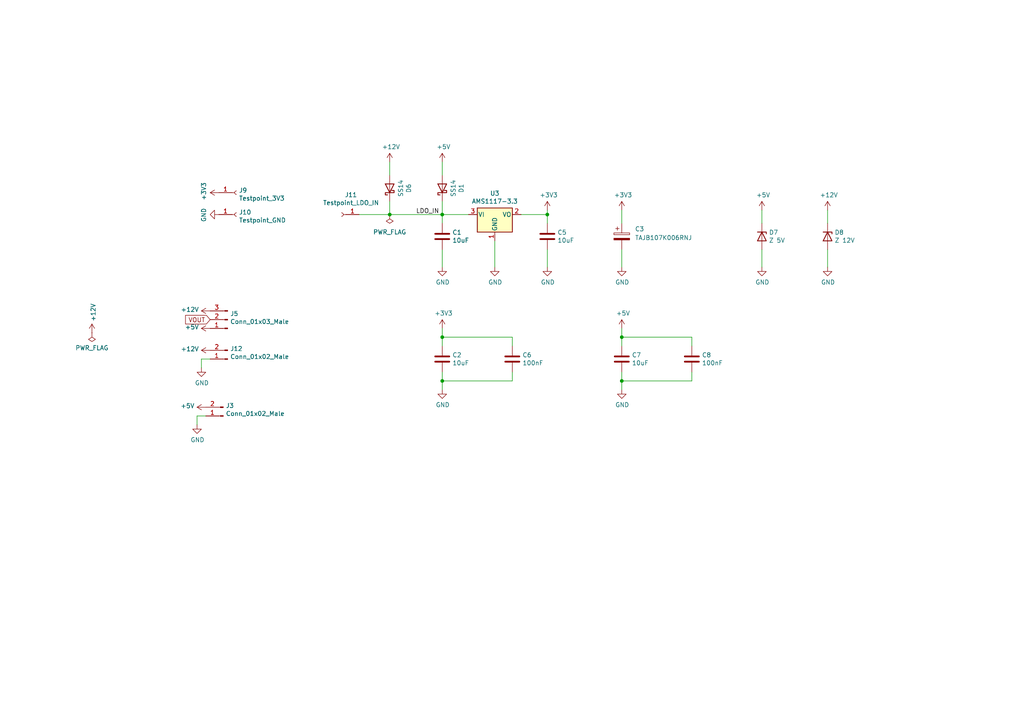
<source format=kicad_sch>
(kicad_sch (version 20211123) (generator eeschema)
  (paper "A4")
  (lib_symbols
    (symbol "Connector:Conn_01x01_Female" (pin_names (offset 1.016) hide)
      (property "Reference" "J" (at 0 2.54 0))
      (property "Value" "Conn_01x01_Female" (at 0 -2.54 0))
      (symbol "Conn_01x01_Female_1_1"
        (polyline (pts (xy -1.27 0) (xy -0.508 0)) (stroke (width 0.1524)))
        (arc (start 0 0.508) (mid -0.508 0) (end 0 -0.508) (stroke (width 0.1524)))
        (pin passive line (at -5.08 0 0) (length 3.81) (name "Pin_1") (number "1"))
      )
    )
    (symbol "Connector:Conn_01x02_Male" (pin_names (offset 1.016) hide)
      (property "Reference" "J" (at 0 2.54 0))
      (property "Value" "Conn_01x02_Male" (at 0 -5.08 0))
      (symbol "Conn_01x02_Male_1_1"
        (polyline (pts (xy 1.27 -2.54) (xy 0.8636 -2.54)) (stroke (width 0.1524)))
        (polyline (pts (xy 1.27 0) (xy 0.8636 0)) (stroke (width 0.1524)))
        (rectangle (start 0.8636 -2.413) (end 0 -2.667) (stroke (width 0.1524)) (fill (type outline)))
        (rectangle (start 0.8636 0.127) (end 0 -0.127) (stroke (width 0.1524)) (fill (type outline)))
        (pin passive line (at 5.08 0 180) (length 3.81) (name "Pin_1") (number "1"))
        (pin passive line (at 5.08 -2.54 180) (length 3.81) (name "Pin_2") (number "2"))
      )
    )
    (symbol "Connector:Conn_01x03_Male" (pin_names (offset 1.016) hide)
      (property "Reference" "J" (at 0 5.08 0))
      (property "Value" "Conn_01x03_Male" (at 0 -5.08 0))
      (symbol "Conn_01x03_Male_1_1"
        (polyline (pts (xy 1.27 -2.54) (xy 0.8636 -2.54)) (stroke (width 0.1524)))
        (polyline (pts (xy 1.27 0) (xy 0.8636 0)) (stroke (width 0.1524)))
        (polyline (pts (xy 1.27 2.54) (xy 0.8636 2.54)) (stroke (width 0.1524)))
        (rectangle (start 0.8636 -2.413) (end 0 -2.667) (stroke (width 0.1524)) (fill (type outline)))
        (rectangle (start 0.8636 0.127) (end 0 -0.127) (stroke (width 0.1524)) (fill (type outline)))
        (rectangle (start 0.8636 2.667) (end 0 2.413) (stroke (width 0.1524)) (fill (type outline)))
        (pin passive line (at 5.08 2.54 180) (length 3.81) (name "Pin_1") (number "1"))
        (pin passive line (at 5.08 0 180) (length 3.81) (name "Pin_2") (number "2"))
        (pin passive line (at 5.08 -2.54 180) (length 3.81) (name "Pin_3") (number "3"))
      )
    )
    (symbol "Device:C" (pin_numbers hide) (pin_names (offset 0.254))
      (property "Reference" "C" (at 0.635 2.54 0))
      (property "Value" "C" (at 0.635 -2.54 0))
      (symbol "C_0_1"
        (polyline (pts (xy -2.032 -0.762) (xy 2.032 -0.762)) (stroke (width 0.508)))
        (polyline (pts (xy -2.032 0.762) (xy 2.032 0.762)) (stroke (width 0.508)))
      )
      (symbol "C_1_1"
        (pin passive line (at 0 3.81 270) (length 2.794) (name "~") (number "1"))
        (pin passive line (at 0 -3.81 90) (length 2.794) (name "~") (number "2"))
      )
    )
    (symbol "Device:C_Polarized" (pin_numbers hide) (pin_names (offset 0.254))
      (property "Reference" "C" (at 0.635 2.54 0))
      (property "Value" "C_Polarized" (at 0.635 -2.54 0))
      (symbol "C_Polarized_0_1"
        (rectangle (start -2.286 0.508) (end 2.286 1.016))
        (polyline (pts (xy -1.778 2.286) (xy -0.762 2.286)))
        (polyline (pts (xy -1.27 2.794) (xy -1.27 1.778)))
        (rectangle (start 2.286 -0.508) (end -2.286 -1.016) (fill (type outline)))
      )
      (symbol "C_Polarized_1_1"
        (pin passive line (at 0 3.81 270) (length 2.794) (name "~") (number "1"))
        (pin passive line (at 0 -3.81 90) (length 2.794) (name "~") (number "2"))
      )
    )
    (symbol "Device:D_Schottky" (pin_numbers hide) (pin_names (offset 1.016) hide)
      (property "Reference" "D" (at 0 2.54 0))
      (property "Value" "D_Schottky" (at 0 -2.54 0))
      (symbol "D_Schottky_0_1"
        (polyline (pts (xy 1.27 0) (xy -1.27 0)))
        (polyline (pts (xy 1.27 1.27) (xy 1.27 -1.27) (xy -1.27 0) (xy 1.27 1.27)) (stroke (width 0.254)))
        (polyline (pts (xy -1.905 0.635) (xy -1.905 1.27) (xy -1.27 1.27) (xy -1.27 -1.27) (xy -0.635 -1.27) (xy -0.635 -0.635)) (stroke (width 0.254)))
      )
      (symbol "D_Schottky_1_1"
        (pin passive line (at -3.81 0 0) (length 2.54) (name "K") (number "1"))
        (pin passive line (at 3.81 0 180) (length 2.54) (name "A") (number "2"))
      )
    )
    (symbol "Device:D_Zener" (pin_numbers hide) (pin_names (offset 1.016) hide)
      (property "Reference" "D" (at 0 2.54 0))
      (property "Value" "D_Zener" (at 0 -2.54 0))
      (symbol "D_Zener_0_1"
        (polyline (pts (xy 1.27 0) (xy -1.27 0)))
        (polyline (pts (xy -1.27 -1.27) (xy -1.27 1.27) (xy -0.762 1.27)) (stroke (width 0.254)))
        (polyline (pts (xy 1.27 -1.27) (xy 1.27 1.27) (xy -1.27 0) (xy 1.27 -1.27)) (stroke (width 0.254)))
      )
      (symbol "D_Zener_1_1"
        (pin passive line (at -3.81 0 0) (length 2.54) (name "K") (number "1"))
        (pin passive line (at 3.81 0 180) (length 2.54) (name "A") (number "2"))
      )
    )
    (symbol "Regulator_Linear:AMS1117-3.3" (pin_names (offset 0.254))
      (property "Reference" "U" (at -3.81 3.175 0))
      (property "Value" "AMS1117-3.3" (at 0 3.175 0))
      (symbol "AMS1117-3.3_0_1"
        (rectangle (start -5.08 -5.08) (end 5.08 1.905) (stroke (width 0.254)) (fill (type background)))
      )
      (symbol "AMS1117-3.3_1_1"
        (pin power_in line (at 0 -7.62 90) (length 2.54) (name "GND") (number "1"))
        (pin power_out line (at 7.62 0 180) (length 2.54) (name "VO") (number "2"))
        (pin power_in line (at -7.62 0 0) (length 2.54) (name "VI") (number "3"))
      )
    )
    (symbol "power:+12V" (power) (pin_names (offset 0))
      (property "Value" "+12V" (at 0 3.556 0))
      (symbol "+12V_0_1"
        (polyline (pts (xy -0.762 1.27) (xy 0 2.54)))
        (polyline (pts (xy 0 0) (xy 0 2.54)))
        (polyline (pts (xy 0 2.54) (xy 0.762 1.27)))
      )
      (symbol "+12V_1_1"
        (pin power_in line (at 0 0 90) (length 0) hide (name "+12V") (number "1"))
      )
    )
    (symbol "power:+3.3V" (power) (pin_names (offset 0))
      (property "Value" "+3.3V" (at 0 3.556 0))
      (symbol "+3.3V_0_1"
        (polyline (pts (xy -0.762 1.27) (xy 0 2.54)))
        (polyline (pts (xy 0 0) (xy 0 2.54)))
        (polyline (pts (xy 0 2.54) (xy 0.762 1.27)))
      )
      (symbol "+3.3V_1_1"
        (pin power_in line (at 0 0 90) (length 0) hide (name "+3V3") (number "1"))
      )
    )
    (symbol "power:+5V" (power) (pin_names (offset 0))
      (property "Value" "+5V" (at 0 3.556 0))
      (symbol "+5V_0_1"
        (polyline (pts (xy -0.762 1.27) (xy 0 2.54)))
        (polyline (pts (xy 0 0) (xy 0 2.54)))
        (polyline (pts (xy 0 2.54) (xy 0.762 1.27)))
      )
      (symbol "+5V_1_1"
        (pin power_in line (at 0 0 90) (length 0) hide (name "+5V") (number "1"))
      )
    )
    (symbol "power:GND" (power) (pin_names (offset 0))
      (property "Value" "GND" (at 0 -3.81 0))
      (symbol "GND_0_1"
        (polyline (pts (xy 0 0) (xy 0 -1.27) (xy 1.27 -1.27) (xy 0 -2.54) (xy -1.27 -1.27) (xy 0 -1.27)))
      )
      (symbol "GND_1_1"
        (pin power_in line (at 0 0 270) (length 0) hide (name "GND") (number "1"))
      )
    )
    (symbol "power:PWR_FLAG" (power) (pin_numbers hide) (pin_names (offset 0) hide)
      (property "Value" "PWR_FLAG" (at 0 3.81 0))
      (symbol "PWR_FLAG_0_0"
        (pin power_out line (at 0 0 90) (length 0) (name "pwr") (number "1"))
      )
      (symbol "PWR_FLAG_0_1"
        (polyline (pts (xy 0 0) (xy 0 1.27) (xy -1.016 1.905) (xy 0 2.54) (xy 1.016 1.905) (xy 0 1.27)))
      )
    )
  )
  (junction (at 158.75 62.23))
  (junction (at 180.34 97.79))
  (junction (at 113.03 62.23))
  (junction (at 128.27 62.23))
  (junction (at 128.27 97.79))
  (junction (at 128.27 110.49))
  (junction (at 180.34 110.49))
  (wire (pts (xy 128.27 58.42) (xy 128.27 62.23)))
  (wire (pts (xy 180.34 100.33) (xy 180.34 97.79)))
  (wire (pts (xy 220.98 60.96) (xy 220.98 64.77)))
  (wire (pts (xy 151.13 62.23) (xy 158.75 62.23)))
  (wire (pts (xy 240.03 72.39) (xy 240.03 77.47)))
  (wire (pts (xy 148.59 107.95) (xy 148.59 110.49)))
  (wire (pts (xy 180.34 64.77) (xy 180.34 60.96)))
  (wire (pts (xy 113.03 46.99) (xy 113.03 50.8)))
  (wire (pts (xy 148.59 110.49) (xy 128.27 110.49)))
  (wire (pts (xy 128.27 97.79) (xy 128.27 95.25)))
  (wire (pts (xy 220.98 72.39) (xy 220.98 77.47)))
  (wire (pts (xy 113.03 62.23) (xy 128.27 62.23)))
  (wire (pts (xy 240.03 60.96) (xy 240.03 64.77)))
  (wire (pts (xy 128.27 113.03) (xy 128.27 110.49)))
  (wire (pts (xy 200.66 107.95) (xy 200.66 110.49)))
  (wire (pts (xy 57.15 120.65) (xy 57.15 123.19)))
  (wire (pts (xy 200.66 100.33) (xy 200.66 97.79)))
  (wire (pts (xy 128.27 46.99) (xy 128.27 50.8)))
  (wire (pts (xy 128.27 100.33) (xy 128.27 97.79)))
  (wire (pts (xy 104.14 62.23) (xy 113.03 62.23)))
  (wire (pts (xy 200.66 97.79) (xy 180.34 97.79)))
  (wire (pts (xy 180.34 97.79) (xy 180.34 95.25)))
  (wire (pts (xy 59.69 120.65) (xy 57.15 120.65)))
  (wire (pts (xy 128.27 72.39) (xy 128.27 77.47)))
  (wire (pts (xy 113.03 58.42) (xy 113.03 62.23)))
  (wire (pts (xy 158.75 72.39) (xy 158.75 77.47)))
  (wire (pts (xy 135.89 62.23) (xy 128.27 62.23)))
  (wire (pts (xy 180.34 110.49) (xy 180.34 107.95)))
  (wire (pts (xy 58.42 104.14) (xy 58.42 106.68)))
  (wire (pts (xy 158.75 62.23) (xy 158.75 64.77)))
  (wire (pts (xy 148.59 97.79) (xy 128.27 97.79)))
  (wire (pts (xy 158.75 60.96) (xy 158.75 62.23)))
  (wire (pts (xy 60.96 104.14) (xy 58.42 104.14)))
  (wire (pts (xy 143.51 69.85) (xy 143.51 77.47)))
  (wire (pts (xy 128.27 62.23) (xy 128.27 64.77)))
  (wire (pts (xy 200.66 110.49) (xy 180.34 110.49)))
  (wire (pts (xy 180.34 113.03) (xy 180.34 110.49)))
  (wire (pts (xy 148.59 100.33) (xy 148.59 97.79)))
  (wire (pts (xy 128.27 110.49) (xy 128.27 107.95)))
  (wire (pts (xy 180.34 77.47) (xy 180.34 72.39)))
  (label "LDO_IN" (at 120.65 62.23 0))
  (global_label "VOUT" (shape input) (at 60.96 92.71 180) (property "Referenzen zwischen Schaltplänen" "${INTERSHEET_REFS}" (effects hide)))
  (symbol (lib_id "Regulator_Linear:AMS1117-3.3") (at 143.51 62.23 0) (unit 1)
    (property "Reference" "U3" (at 143.51 56.0832 0))
    (property "Value" "AMS1117-3.3" (at 143.51 58.3946 0))
    (property "Footprint" "Package_TO_SOT_SMD:SOT-223-3_TabPin2" (effects hide))
    (property "Datasheet" "http://www.advanced-monolithic.com/pdf/ds1117.pdf" (effects hide))
    (property "LCSC" "C6186" (effects hide))
  )
  (symbol (lib_id "power:GND") (at 158.75 77.47 0) (unit 1)
    (property "Reference" "#PWR0101" (effects hide))
    (property "Value" "GND" (at 158.877 81.8642 0))
  )
  (symbol (lib_id "power:GND") (at 143.51 77.47 0) (unit 1)
    (property "Reference" "#PWR0102" (effects hide))
    (property "Value" "GND" (at 143.637 81.8642 0))
  )
  (symbol (lib_id "power:GND") (at 128.27 77.47 0) (unit 1)
    (property "Reference" "#PWR0103" (effects hide))
    (property "Value" "GND" (at 128.397 81.8642 0))
  )
  (symbol (lib_id "power:+3.3V") (at 158.75 60.96 0) (unit 1)
    (property "Reference" "#PWR0104" (effects hide))
    (property "Value" "+3.3V" (at 159.131 56.5658 0))
  )
  (symbol (lib_id "Device:D_Schottky") (at 128.27 54.61 90) (unit 1)
    (property "Reference" "D1" (at 133.7818 54.61 0))
    (property "Value" "SS14" (at 131.4704 54.61 0))
    (property "Footprint" "Diode_SMD:D_SMA" (effects hide))
    (property "LCSC" "C2480" (effects hide))
  )
  (symbol (lib_id "Device:C") (at 128.27 68.58 0) (unit 1)
    (property "Reference" "C1" (at 131.191 67.4116 0) (effects (justify left)))
    (property "Value" "10uF" (at 131.191 69.723 0) (effects (justify left)))
    (property "Footprint" "Capacitor_SMD:C_0805_2012Metric" (effects hide))
    (property "LCSC" "C15850" (effects hide))
  )
  (symbol (lib_id "power:+3.3V") (at 180.34 60.96 0) (unit 1)
    (property "Reference" "#PWR0108" (effects hide))
    (property "Value" "+3.3V" (at 180.721 56.5658 0))
  )
  (symbol (lib_id "power:GND") (at 180.34 77.47 0) (unit 1)
    (property "Reference" "#PWR0109" (effects hide))
    (property "Value" "GND" (at 180.467 81.8642 0))
  )
  (symbol (lib_id "Device:C") (at 148.59 104.14 0) (unit 1)
    (property "Reference" "C6" (at 151.511 102.9716 0) (effects (justify left)))
    (property "Value" "100nF" (at 151.511 105.283 0) (effects (justify left)))
    (property "Footprint" "Capacitor_SMD:C_0603_1608Metric" (effects hide))
    (property "LCSC" "C14663" (effects hide))
  )
  (symbol (lib_id "power:+3.3V") (at 128.27 95.25 0) (unit 1)
    (property "Reference" "#PWR0134" (effects hide))
    (property "Value" "+3.3V" (at 128.651 90.8558 0))
  )
  (symbol (lib_id "power:GND") (at 128.27 113.03 0) (unit 1)
    (property "Reference" "#PWR0135" (effects hide))
    (property "Value" "GND" (at 128.397 117.4242 0))
  )
  (symbol (lib_id "Device:C") (at 200.66 104.14 0) (unit 1)
    (property "Reference" "C8" (at 203.581 102.9716 0) (effects (justify left)))
    (property "Value" "100nF" (at 203.581 105.283 0) (effects (justify left)))
    (property "Footprint" "Capacitor_SMD:C_0603_1608Metric" (effects hide))
    (property "LCSC" "C14663" (effects hide))
  )
  (symbol (lib_id "power:GND") (at 180.34 113.03 0) (unit 1)
    (property "Reference" "#PWR0136" (effects hide))
    (property "Value" "GND" (at 180.467 117.4242 0))
  )
  (symbol (lib_id "Device:D_Schottky") (at 113.03 54.61 90) (unit 1)
    (property "Reference" "D6" (at 118.5418 54.61 0))
    (property "Value" "SS14" (at 116.2304 54.61 0))
    (property "Footprint" "Diode_SMD:D_SMA" (effects hide))
    (property "LCSC" "C2480" (effects hide))
  )
  (symbol (lib_id "power:+12V") (at 113.03 46.99 0) (unit 1)
    (property "Reference" "#PWR0132" (effects hide))
    (property "Value" "+12V" (at 113.411 42.5958 0))
  )
  (symbol (lib_id "power:+5V") (at 128.27 46.99 0) (unit 1)
    (property "Reference" "#PWR0133" (effects hide))
    (property "Value" "+5V" (at 128.651 42.5958 0))
  )
  (symbol (lib_id "power:+5V") (at 180.34 95.25 0) (unit 1)
    (property "Reference" "#PWR0137" (effects hide))
    (property "Value" "+5V" (at 180.721 90.8558 0))
  )
  (symbol (lib_id "Device:D_Zener") (at 220.98 68.58 270) (unit 1)
    (property "Reference" "D7" (at 223.012 67.4116 90) (effects (justify left)))
    (property "Value" "Z 5V" (at 223.012 69.723 90) (effects (justify left)))
    (property "Footprint" "Diode_SMD:D_MiniMELF" (effects hide))
  )
  (symbol (lib_id "Device:D_Zener") (at 240.03 68.58 270) (unit 1)
    (property "Reference" "D8" (at 242.062 67.4116 90) (effects (justify left)))
    (property "Value" "Z 12V" (at 242.062 69.723 90) (effects (justify left)))
    (property "Footprint" "Diode_SMD:D_MiniMELF" (effects hide))
  )
  (symbol (lib_id "power:+5V") (at 220.98 60.96 0) (unit 1)
    (property "Reference" "#PWR0138" (effects hide))
    (property "Value" "+5V" (at 221.361 56.5658 0))
  )
  (symbol (lib_id "power:+12V") (at 240.03 60.96 0) (unit 1)
    (property "Reference" "#PWR0139" (effects hide))
    (property "Value" "+12V" (at 240.411 56.5658 0))
  )
  (symbol (lib_id "power:GND") (at 220.98 77.47 0) (unit 1)
    (property "Reference" "#PWR0142" (effects hide))
    (property "Value" "GND" (at 221.107 81.8642 0))
  )
  (symbol (lib_id "power:GND") (at 240.03 77.47 0) (unit 1)
    (property "Reference" "#PWR0143" (effects hide))
    (property "Value" "GND" (at 240.157 81.8642 0))
  )
  (symbol (lib_id "power:GND") (at 58.42 106.68 0) (unit 1)
    (property "Reference" "#PWR0105" (effects hide))
    (property "Value" "GND" (at 58.547 111.0742 0))
  )
  (symbol (lib_id "Connector:Conn_01x03_Male") (at 66.04 92.71 180) (unit 1)
    (property "Reference" "J5" (at 66.7512 90.9828 0) (effects (justify right)))
    (property "Value" "Conn_01x03_Male" (at 66.7512 93.2942 0) (effects (justify right)))
    (property "Footprint" "Connector_PinHeader_2.54mm:PinHeader_1x03_P2.54mm_Horizontal" (effects hide))
  )
  (symbol (lib_id "Connector:Conn_01x02_Male") (at 66.04 104.14 180) (unit 1)
    (property "Reference" "J12" (at 66.7512 101.1428 0) (effects (justify right)))
    (property "Value" "Conn_01x02_Male" (at 66.7512 103.4542 0) (effects (justify right)))
    (property "Footprint" "TerminalBlock:TerminalBlock_bornier-2_P5.08mm" (effects hide))
  )
  (symbol (lib_id "power:+12V") (at 60.96 101.6 90) (unit 1)
    (property "Reference" "#PWR0123" (effects hide))
    (property "Value" "+12V" (at 57.7088 101.219 90) (effects (justify left)))
  )
  (symbol (lib_id "power:+12V") (at 60.96 90.17 90) (unit 1)
    (property "Reference" "#PWR0124" (effects hide))
    (property "Value" "+12V" (at 57.7088 89.789 90) (effects (justify left)))
  )
  (symbol (lib_id "power:+5V") (at 60.96 95.25 90) (unit 1)
    (property "Reference" "#PWR0125" (effects hide))
    (property "Value" "+5V" (at 57.7088 94.869 90) (effects (justify left)))
  )
  (symbol (lib_id "power:GND") (at 57.15 123.19 0) (unit 1)
    (property "Reference" "#PWR0146" (effects hide))
    (property "Value" "GND" (at 57.277 127.5842 0))
  )
  (symbol (lib_id "Connector:Conn_01x02_Male") (at 64.77 120.65 180) (unit 1)
    (property "Reference" "J3" (at 65.4812 117.6528 0) (effects (justify right)))
    (property "Value" "Conn_01x02_Male" (at 65.4812 119.9642 0) (effects (justify right)))
    (property "Footprint" "TerminalBlock:TerminalBlock_bornier-2_P5.08mm" (effects hide))
  )
  (symbol (lib_id "power:+5V") (at 59.69 118.11 90) (unit 1)
    (property "Reference" "#PWR0147" (effects hide))
    (property "Value" "+5V" (at 56.4388 117.729 90) (effects (justify left)))
  )
  (symbol (lib_id "Connector:Conn_01x01_Female") (at 68.58 55.88 0) (unit 1)
    (property "Reference" "J9" (at 69.2912 55.2196 0) (effects (justify left)))
    (property "Value" "Testpoint_3V3" (at 69.2912 57.531 0) (effects (justify left)))
    (property "Footprint" "TestPoint:TestPoint_Pad_D2.0mm" (effects hide))
  )
  (symbol (lib_id "power:+3.3V") (at 63.5 55.88 90) (unit 1)
    (property "Reference" "#PWR0144" (effects hide))
    (property "Value" "+3.3V" (at 59.1058 55.499 0))
  )
  (symbol (lib_id "Connector:Conn_01x01_Female") (at 68.58 62.23 0) (unit 1)
    (property "Reference" "J10" (at 69.2912 61.5696 0) (effects (justify left)))
    (property "Value" "Testpoint_GND" (at 69.2912 63.881 0) (effects (justify left)))
    (property "Footprint" "TestPoint:TestPoint_Pad_D2.0mm" (effects hide))
  )
  (symbol (lib_id "power:GND") (at 63.5 62.23 270) (unit 1)
    (property "Reference" "#PWR0145" (effects hide))
    (property "Value" "GND" (at 59.1058 62.357 0))
  )
  (symbol (lib_id "Connector:Conn_01x01_Female") (at 99.06 62.23 180) (unit 1)
    (property "Reference" "J11" (at 101.8032 56.515 0))
    (property "Value" "Testpoint_LDO_IN" (at 101.8032 58.8264 0))
    (property "Footprint" "TestPoint:TestPoint_Pad_D2.0mm" (effects hide))
  )
  (symbol (lib_id "Device:C") (at 158.75 68.58 0) (unit 1)
    (property "Reference" "C5" (at 161.671 67.4116 0) (effects (justify left)))
    (property "Value" "10uF" (at 161.671 69.723 0) (effects (justify left)))
    (property "Footprint" "Capacitor_SMD:C_0805_2012Metric" (effects hide))
    (property "LCSC" "C15850" (effects hide))
  )
  (symbol (lib_id "Device:C") (at 128.27 104.14 0) (unit 1)
    (property "Reference" "C2" (at 131.191 102.9716 0) (effects (justify left)))
    (property "Value" "10uF" (at 131.191 105.283 0) (effects (justify left)))
    (property "Footprint" "Capacitor_SMD:C_0805_2012Metric" (effects hide))
    (property "LCSC" "C15850" (effects hide))
  )
  (symbol (lib_id "Device:C") (at 180.34 104.14 0) (unit 1)
    (property "Reference" "C7" (at 183.261 102.9716 0) (effects (justify left)))
    (property "Value" "10uF" (at 183.261 105.283 0) (effects (justify left)))
    (property "Footprint" "Capacitor_SMD:C_0805_2012Metric" (effects hide))
    (property "LCSC" "C15850" (effects hide))
  )
  (symbol (lib_id "power:PWR_FLAG") (at 26.67 96.52 180) (unit 1)
    (property "Reference" "#FLG0101" (effects hide))
    (property "Value" "PWR_FLAG" (at 26.67 100.9142 0))
  )
  (symbol (lib_id "power:+12V") (at 26.67 96.52 0) (unit 1)
    (property "Reference" "#PWR0149" (effects hide))
    (property "Value" "+12V" (at 27.051 93.2688 90) (effects (justify left)))
  )
  (symbol (lib_id "power:PWR_FLAG") (at 113.03 62.23 180) (unit 1)
    (property "Reference" "#FLG?" (effects hide))
    (property "Value" "PWR_FLAG" (at 113.03 67.31 0))
  )
  (symbol (lib_id "Device:C_Polarized") (at 180.34 68.58 0) (unit 1)
    (property "Reference" "C3" (at 184.15 66.4209 0) (effects (justify left)))
    (property "Value" "TAJB107K006RNJ" (at 184.15 68.9609 0) (effects (justify left)))
    (property "Footprint" "Capacitor_SMD:CP_Elec_4x5.4" (effects hide))
    (property "LCSC" "C16133" (effects hide))
    (property "Reference" "C3" (effects hide))
    (property "Value" "TAJB107K006RNJ" (effects hide))
  )
)
</source>
